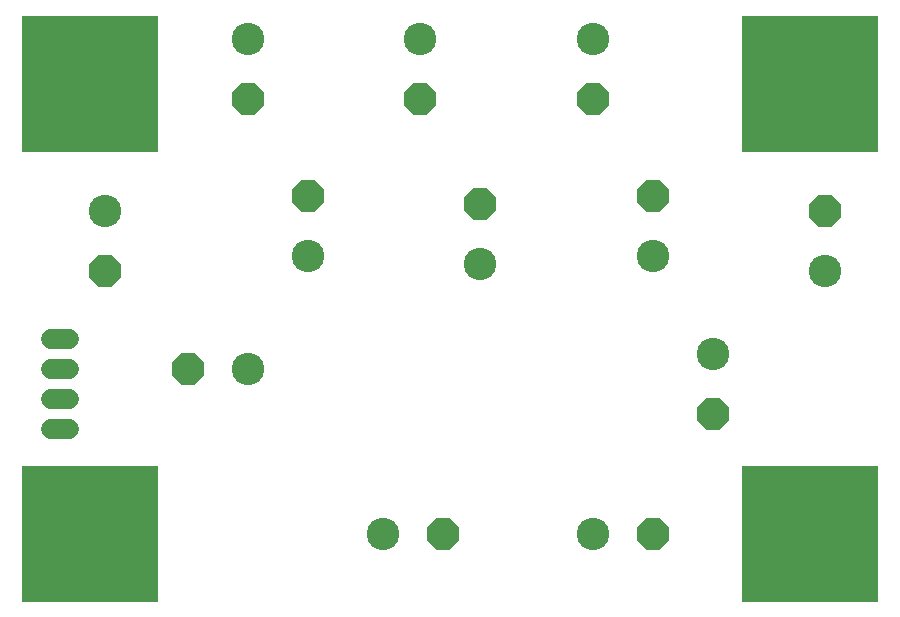
<source format=gbs>
G75*
%MOIN*%
%OFA0B0*%
%FSLAX25Y25*%
%IPPOS*%
%LPD*%
%AMOC8*
5,1,8,0,0,1.08239X$1,22.5*
%
%ADD10C,0.10800*%
%ADD11OC8,0.10800*%
%ADD12C,0.06800*%
%ADD13R,0.45800X0.45800*%
D10*
X0124800Y0037830D03*
X0194800Y0037830D03*
X0234800Y0097830D03*
X0272300Y0125330D03*
X0214800Y0130330D03*
X0157300Y0127830D03*
X0099800Y0130330D03*
X0079800Y0092830D03*
X0032300Y0145330D03*
X0079800Y0202830D03*
X0137300Y0202830D03*
X0194800Y0202830D03*
D11*
X0194800Y0182830D03*
X0214800Y0150330D03*
X0157300Y0147830D03*
X0137300Y0182830D03*
X0099800Y0150330D03*
X0079800Y0182830D03*
X0032300Y0125330D03*
X0059800Y0092830D03*
X0144800Y0037830D03*
X0214800Y0037830D03*
X0234800Y0077830D03*
X0272300Y0145330D03*
D12*
X0020300Y0102830D02*
X0014300Y0102830D01*
X0014300Y0092830D02*
X0020300Y0092830D01*
X0020300Y0082830D02*
X0014300Y0082830D01*
X0014300Y0072830D02*
X0020300Y0072830D01*
D13*
X0027300Y0037830D03*
X0027300Y0187830D03*
X0267300Y0187830D03*
X0267300Y0037830D03*
M02*

</source>
